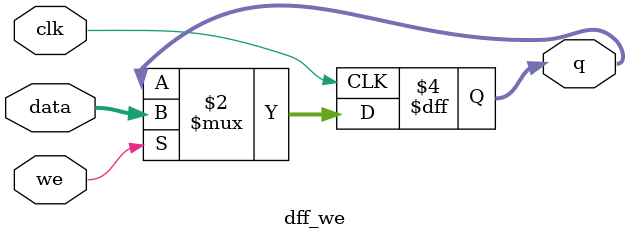
<source format=sv>
module dff_we(clk, we, data, q);

input we, clk;
input [7:0] data;
output reg [7:0] q;

always@(posedge clk) begin
  if(we)
    q <= data;
end

endmodule 

</source>
